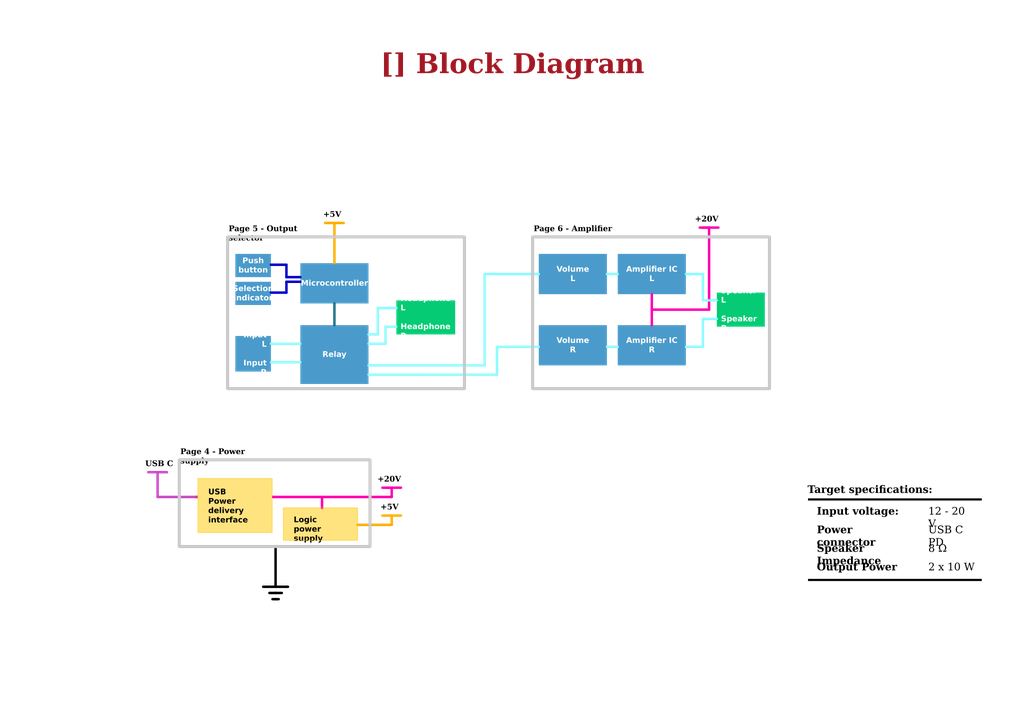
<source format=kicad_sch>
(kicad_sch
	(version 20231120)
	(generator "eeschema")
	(generator_version "8.0")
	(uuid "d4440dba-022e-49b2-97f2-6fc1871c7304")
	(paper "A3")
	(title_block
		(title "Block Diagram")
		(date "Last Modified Date")
		(rev "${REVISION}")
		(company "${COMPANY}")
	)
	(lib_symbols)
	(polyline
		(pts
			(xy 248.92 112.395) (xy 253.365 112.395)
		)
		(stroke
			(width 1.016)
			(type default)
			(color 138 249 255 1)
		)
		(uuid "02ae4e6f-fb53-40d3-92f2-90fedd3e018a")
	)
	(polyline
		(pts
			(xy 173.355 149.86) (xy 198.755 149.86)
		)
		(stroke
			(width 1.016)
			(type default)
			(color 138 249 255 1)
		)
		(uuid "08d5dc7e-ce9f-4170-8442-987c9a142a41")
	)
	(polyline
		(pts
			(xy 267.335 120.65) (xy 267.335 133.35)
		)
		(stroke
			(width 1.016)
			(type default)
			(color 255 0 171 1)
		)
		(uuid "0d614722-72a5-47e8-b336-c08503f64174")
	)
	(polyline
		(pts
			(xy 281.305 142.24) (xy 285.75 142.24)
		)
		(stroke
			(width 1.016)
			(type default)
			(color 138 249 255 1)
		)
		(uuid "0e7b4d89-ae22-44a7-998f-221aaaf9dfef")
	)
	(polyline
		(pts
			(xy 112.141 203.835) (xy 160.655 203.835)
		)
		(stroke
			(width 1.016)
			(type default)
			(color 255 0 171 1)
		)
		(uuid "0ed64fab-7c93-4b9e-8488-f7bf9ddb0328")
	)
	(polyline
		(pts
			(xy 281.305 112.395) (xy 285.75 112.395)
		)
		(stroke
			(width 1.016)
			(type default)
			(color 138 249 255 1)
		)
		(uuid "0f06186a-7fd4-4d14-806d-11b468822ea9")
	)
	(polyline
		(pts
			(xy 113.03 240.665) (xy 118.11 240.665)
		)
		(stroke
			(width 1.016)
			(type default)
			(color 0 0 0 1)
		)
		(uuid "108b3f3d-7870-4a32-a39e-da98900ff511")
	)
	(polyline
		(pts
			(xy 154.94 140.97) (xy 158.115 140.97)
		)
		(stroke
			(width 1.016)
			(type default)
			(color 138 249 255 1)
		)
		(uuid "10f219b8-7f5d-40af-924a-52951174bad7")
	)
	(polyline
		(pts
			(xy 161.925 126.365) (xy 162.56 126.365)
		)
		(stroke
			(width 1.016)
			(type default)
			(color 138 249 255 1)
		)
		(uuid "116142cd-c640-47f3-914e-352eb10034a3")
	)
	(polyline
		(pts
			(xy 160.655 200.025) (xy 156.845 200.025)
		)
		(stroke
			(width 1.016)
			(type default)
			(color 255 0 171 1)
		)
		(uuid "1b0d0315-6656-4680-af25-b250f62ec5f3")
	)
	(polyline
		(pts
			(xy 203.835 142.24) (xy 220.98 142.24)
		)
		(stroke
			(width 1.016)
			(type default)
			(color 138 249 255 1)
		)
		(uuid "1cd44ca2-285c-428f-abe3-36b4396f0ed6")
	)
	(polyline
		(pts
			(xy 64.643 193.675) (xy 64.643 203.835)
		)
		(stroke
			(width 1.016)
			(type default)
			(color 198 71 194 1)
		)
		(uuid "21a79648-61f0-4be6-a4a4-b98eeda65143")
	)
	(polyline
		(pts
			(xy 290.83 93.345) (xy 287.02 93.345)
		)
		(stroke
			(width 1.016)
			(type default)
			(color 255 0 171 1)
		)
		(uuid "224b4e55-7556-4d13-bd6c-3a6406dec06a")
	)
	(polyline
		(pts
			(xy 290.83 127) (xy 267.335 127)
		)
		(stroke
			(width 1.016)
			(type default)
			(color 255 0 171 1)
		)
		(uuid "24079ea1-2936-40fd-bc76-4c82aadd708e")
	)
	(polyline
		(pts
			(xy 198.755 149.86) (xy 198.755 112.395)
		)
		(stroke
			(width 1.016)
			(type default)
			(color 138 249 255 1)
		)
		(uuid "2b1e1701-06fd-412d-86c6-b531ac44f8e8")
	)
	(polyline
		(pts
			(xy 137.16 91.44) (xy 137.16 107.95)
		)
		(stroke
			(width 1.016)
			(type default)
			(color 255 169 0 1)
		)
		(uuid "3111ee03-d868-4e49-bab2-e2bff705c199")
	)
	(polyline
		(pts
			(xy 290.83 97.155) (xy 290.83 127)
		)
		(stroke
			(width 1.016)
			(type default)
			(color 255 0 171 1)
		)
		(uuid "3cdaaaa6-d06c-4ae4-a486-beabf85472f4")
	)
	(polyline
		(pts
			(xy 285.75 142.24) (xy 288.29 142.24)
		)
		(stroke
			(width 1.016)
			(type default)
			(color 138 249 255 1)
		)
		(uuid "3ffe25ab-1a83-47ee-b786-730a1267c0d8")
	)
	(polyline
		(pts
			(xy 160.655 215.265) (xy 146.685 215.265)
		)
		(stroke
			(width 1.016)
			(type default)
			(color 255 169 0 1)
		)
		(uuid "42fe9c7d-c183-4642-822b-4ee924686cb8")
	)
	(polyline
		(pts
			(xy 114.3 245.745) (xy 113.03 245.745)
		)
		(stroke
			(width 1.016)
			(type default)
			(color 0 0 0 1)
		)
		(uuid "4843f438-0be6-4237-8e1d-81ed69202607")
	)
	(polyline
		(pts
			(xy 158.115 140.97) (xy 158.115 133.985)
		)
		(stroke
			(width 1.016)
			(type default)
			(color 138 249 255 1)
		)
		(uuid "48d5c82e-f1f5-46f2-b4e5-0b4f7d8dd8e0")
	)
	(polyline
		(pts
			(xy 164.465 211.455) (xy 160.655 211.455)
		)
		(stroke
			(width 1.016)
			(type default)
			(color 255 169 0 1)
		)
		(uuid "4f804cb0-9525-4f57-a9f6-84a051af45f9")
	)
	(polyline
		(pts
			(xy 294.64 93.345) (xy 290.83 93.345)
		)
		(stroke
			(width 1.016)
			(type default)
			(color 255 0 171 1)
		)
		(uuid "50834d5b-bb03-44c7-ba46-af400866b179")
	)
	(polyline
		(pts
			(xy 164.465 200.025) (xy 160.655 200.025)
		)
		(stroke
			(width 1.016)
			(type default)
			(color 255 0 171 1)
		)
		(uuid "5b1ffc3a-ecff-4205-9887-1fde1b3f29c7")
	)
	(polyline
		(pts
			(xy 107.95 240.665) (xy 113.03 240.665)
		)
		(stroke
			(width 1.016)
			(type default)
			(color 0 0 0 1)
		)
		(uuid "5c614747-4d35-44e5-a560-7918f1e9dd9d")
	)
	(polyline
		(pts
			(xy 290.83 93.345) (xy 290.83 97.155)
		)
		(stroke
			(width 1.016)
			(type default)
			(color 255 0 171 1)
		)
		(uuid "68680194-7254-49a0-a1a4-46b64bec4ea7")
	)
	(polyline
		(pts
			(xy 111.125 148.59) (xy 123.19 148.59)
		)
		(stroke
			(width 1.016)
			(type default)
			(color 138 249 255 1)
		)
		(uuid "6ca8ade4-0a4b-4dde-b566-7e2c3e01f1fb")
	)
	(polyline
		(pts
			(xy 288.29 130.81) (xy 294.005 130.81)
		)
		(stroke
			(width 1.016)
			(type default)
			(color 138 249 255 1)
		)
		(uuid "6ce9bbf0-479d-4eba-9b28-5caabeaca699")
	)
	(polyline
		(pts
			(xy 173.355 153.67) (xy 203.835 153.67)
		)
		(stroke
			(width 1.016)
			(type default)
			(color 138 249 255 1)
		)
		(uuid "70feefa6-13bb-4c03-86cf-cf95fcc941aa")
	)
	(polyline
		(pts
			(xy 80.645 203.835) (xy 64.643 203.835)
		)
		(stroke
			(width 1.016)
			(type default)
			(color 198 71 194 1)
		)
		(uuid "734689b6-313b-4ec0-8e2e-e0b491f895c4")
	)
	(polyline
		(pts
			(xy 288.29 112.395) (xy 288.29 123.19)
		)
		(stroke
			(width 1.016)
			(type default)
			(color 138 249 255 1)
		)
		(uuid "77ac3198-662c-44bc-a23b-3e9ee3c25036")
	)
	(polyline
		(pts
			(xy 60.833 193.675) (xy 64.643 193.675)
		)
		(stroke
			(width 1.016)
			(type default)
			(color 198 71 194 1)
		)
		(uuid "7ae1c493-e7e4-4dbb-bb88-6bab6e4eaeb6")
	)
	(polyline
		(pts
			(xy 64.643 193.675) (xy 68.453 193.675)
		)
		(stroke
			(width 1.016)
			(type default)
			(color 198 71 194 1)
		)
		(uuid "8c32da8a-4531-44a0-8824-bbf140ba9e6a")
	)
	(polyline
		(pts
			(xy 113.03 224.155) (xy 113.03 240.665)
		)
		(stroke
			(width 1.016)
			(type default)
			(color 0 0 0 1)
		)
		(uuid "8f1e723c-cb46-42d5-9f0d-53653b347507")
	)
	(polyline
		(pts
			(xy 111.125 120.015) (xy 117.475 120.015)
		)
		(stroke
			(width 1.016)
			(type default)
		)
		(uuid "91f12681-312a-4e09-a181-59feff7c3864")
	)
	(polyline
		(pts
			(xy 160.655 211.455) (xy 160.655 215.265)
		)
		(stroke
			(width 1.016)
			(type default)
			(color 255 169 0 1)
		)
		(uuid "96be7518-9833-48da-a0e7-3102c2575021")
	)
	(polyline
		(pts
			(xy 137.16 91.44) (xy 133.35 91.44)
		)
		(stroke
			(width 1.016)
			(type default)
			(color 255 169 0 1)
		)
		(uuid "97a61399-a323-498e-a724-c886aff685ae")
	)
	(polyline
		(pts
			(xy 288.29 93.345) (xy 290.83 93.345)
		)
		(stroke
			(width 1.016)
			(type default)
			(color 255 0 171 1)
		)
		(uuid "98611645-42bc-4f5a-accf-0b0ac38c64d8")
	)
	(polyline
		(pts
			(xy 113.03 245.745) (xy 111.76 245.745)
		)
		(stroke
			(width 1.016)
			(type default)
			(color 0 0 0 1)
		)
		(uuid "9fd90c44-7057-4a26-a7ab-c33c5beb28e1")
	)
	(polyline
		(pts
			(xy 285.75 112.395) (xy 288.29 112.395)
		)
		(stroke
			(width 1.016)
			(type default)
			(color 138 249 255 1)
		)
		(uuid "a15326ec-a602-4bb4-b7f5-fc3da9d43412")
	)
	(polyline
		(pts
			(xy 116.84 224.155) (xy 109.22 224.155)
		)
		(stroke
			(width 1.016)
			(type default)
			(color 0 0 0 1)
		)
		(uuid "a28c6aa9-e851-4c4a-a8b6-364b13034eaf")
	)
	(polyline
		(pts
			(xy 160.655 200.025) (xy 160.655 203.835)
		)
		(stroke
			(width 1.016)
			(type default)
			(color 255 0 171 1)
		)
		(uuid "a322456e-1e18-4992-b811-547b83e46d9a")
	)
	(polyline
		(pts
			(xy 137.16 124.46) (xy 137.16 133.35)
		)
		(stroke
			(width 1.016)
			(type default)
			(color 25 108 130 1)
		)
		(uuid "a55e9920-4d39-47d0-96f9-588ea1d533d0")
	)
	(polyline
		(pts
			(xy 203.835 153.67) (xy 203.835 142.24)
		)
		(stroke
			(width 1.016)
			(type default)
			(color 138 249 255 1)
		)
		(uuid "a70c31cb-6998-4f62-9cc1-09f053417a58")
	)
	(polyline
		(pts
			(xy 151.13 153.67) (xy 173.355 153.67)
		)
		(stroke
			(width 1.016)
			(type default)
			(color 138 249 255 1)
		)
		(uuid "b49689bc-79cc-4c23-942b-f693649d819e")
	)
	(polyline
		(pts
			(xy 132.08 203.835) (xy 132.08 208.28)
		)
		(stroke
			(width 1.016)
			(type default)
			(color 255 0 171 1)
		)
		(uuid "b92150c9-4ca0-4017-9310-6f6c138ff025")
	)
	(polyline
		(pts
			(xy 288.29 142.24) (xy 288.29 130.81)
		)
		(stroke
			(width 1.016)
			(type default)
			(color 138 249 255 1)
		)
		(uuid "bdd8bb3e-6efa-4258-b7ab-2800986002e3")
	)
	(polyline
		(pts
			(xy 158.115 200.025) (xy 160.655 200.025)
		)
		(stroke
			(width 1.016)
			(type default)
			(color 255 0 171 1)
		)
		(uuid "be0d51c8-ad26-44b3-a0dd-ea22513a2bf9")
	)
	(polyline
		(pts
			(xy 198.755 112.395) (xy 220.98 112.395)
		)
		(stroke
			(width 1.016)
			(type default)
			(color 138 249 255 1)
		)
		(uuid "c7b382a0-c5a4-4243-8547-32d176887799")
	)
	(polyline
		(pts
			(xy 158.115 133.985) (xy 162.56 133.985)
		)
		(stroke
			(width 1.016)
			(type default)
			(color 138 249 255 1)
		)
		(uuid "c8cfec45-7e43-4615-97b6-3c2c0a44cc8f")
	)
	(polyline
		(pts
			(xy 160.655 211.455) (xy 156.845 211.455)
		)
		(stroke
			(width 1.016)
			(type default)
			(color 255 169 0 1)
		)
		(uuid "d48e5aa7-2c43-43fe-90cf-56f8c1b3d6b2")
	)
	(polyline
		(pts
			(xy 288.29 123.19) (xy 294.005 123.19)
		)
		(stroke
			(width 1.016)
			(type default)
			(color 138 249 255 1)
		)
		(uuid "d4954ed4-303f-45a5-9f5b-2e4596ef57c2")
	)
	(polyline
		(pts
			(xy 117.475 115.57) (xy 123.19 115.57)
		)
		(stroke
			(width 1.016)
			(type default)
		)
		(uuid "d53ab27c-764d-4284-bdcf-aec936ad501f")
	)
	(polyline
		(pts
			(xy 117.475 120.015) (xy 117.475 115.57)
		)
		(stroke
			(width 1.016)
			(type default)
		)
		(uuid "d6033895-63cd-4856-8953-bf08d41fd2d9")
	)
	(polyline
		(pts
			(xy 117.475 113.665) (xy 123.19 113.665)
		)
		(stroke
			(width 1.016)
			(type default)
		)
		(uuid "d6ffe80c-6629-4e44-8469-0503db1a63d7")
	)
	(polyline
		(pts
			(xy 154.94 126.365) (xy 162.56 126.365)
		)
		(stroke
			(width 1.016)
			(type default)
			(color 138 249 255 1)
		)
		(uuid "d79e6c90-36ff-4c4c-8aea-8fa126dcacba")
	)
	(polyline
		(pts
			(xy 151.13 137.16) (xy 154.94 137.16)
		)
		(stroke
			(width 1.016)
			(type default)
			(color 138 249 255 1)
		)
		(uuid "d87baf1f-b8f2-4153-a41f-97bd307f60be")
	)
	(polyline
		(pts
			(xy 117.475 108.585) (xy 117.475 113.665)
		)
		(stroke
			(width 1.016)
			(type default)
		)
		(uuid "d933b1bf-b25b-4ce1-b06d-8b8e62465b4e")
	)
	(polyline
		(pts
			(xy 248.92 142.24) (xy 253.365 142.24)
		)
		(stroke
			(width 1.016)
			(type default)
			(color 138 249 255 1)
		)
		(uuid "d996bf6f-1f58-45f0-8dea-2d63218d2770")
	)
	(polyline
		(pts
			(xy 111.125 140.97) (xy 123.19 140.97)
		)
		(stroke
			(width 1.016)
			(type default)
			(color 138 249 255 1)
		)
		(uuid "dcbd1187-8623-4c0f-9cf5-a9cb93096d5b")
	)
	(polyline
		(pts
			(xy 154.94 137.16) (xy 154.94 126.365)
		)
		(stroke
			(width 1.016)
			(type default)
			(color 138 249 255 1)
		)
		(uuid "e4acdba4-e728-456a-8e2a-1cb3b3001340")
	)
	(polyline
		(pts
			(xy 115.57 243.205) (xy 113.03 243.205)
		)
		(stroke
			(width 1.016)
			(type default)
			(color 0 0 0 1)
		)
		(uuid "e812ef17-820a-4d51-ab4b-214bf4a7ff4f")
	)
	(polyline
		(pts
			(xy 113.03 243.205) (xy 110.49 243.205)
		)
		(stroke
			(width 1.016)
			(type default)
			(color 0 0 0 1)
		)
		(uuid "ecec9f07-c25e-4a64-8539-dbb99696f340")
	)
	(polyline
		(pts
			(xy 151.13 149.86) (xy 173.355 149.86)
		)
		(stroke
			(width 1.016)
			(type default)
			(color 138 249 255 1)
		)
		(uuid "ef6b5988-a27e-487e-a77c-ab2158ccefe7")
	)
	(polyline
		(pts
			(xy 111.125 108.585) (xy 117.475 108.585)
		)
		(stroke
			(width 1.016)
			(type default)
		)
		(uuid "f013afb7-f50d-4b36-98a2-cb26d99d00dc")
	)
	(polyline
		(pts
			(xy 140.97 91.44) (xy 137.16 91.44)
		)
		(stroke
			(width 1.016)
			(type default)
			(color 255 169 0 1)
		)
		(uuid "f26f2dfd-d0ef-40cd-9b66-6770f137993c")
	)
	(polyline
		(pts
			(xy 151.13 140.97) (xy 154.94 140.97)
		)
		(stroke
			(width 1.016)
			(type default)
			(color 138 249 255 1)
		)
		(uuid "f7eb2482-b01b-419a-b753-bd46b6b61e16")
	)
	(rectangle
		(start 218.44 97.155)
		(end 315.595 159.385)
		(stroke
			(width 1.27)
			(type default)
			(color 200 200 200 1)
		)
		(fill
			(type none)
		)
		(uuid 1cad5a94-2f9a-4607-b135-1444a4e719fa)
	)
	(rectangle
		(start 81.153 196.215)
		(end 111.633 218.44)
		(stroke
			(width 0)
			(type default)
			(color 255 200 0 0.5019607843)
		)
		(fill
			(type color)
			(color 255 200 0 0.5019607843)
		)
		(uuid 2d9051c0-06cf-4e3a-9d86-de06c0d33079)
	)
	(rectangle
		(start 80.391 203.454)
		(end 81.026 204.216)
		(stroke
			(width 0.25)
			(type default)
			(color 200 50 50 1)
		)
		(fill
			(type color)
			(color 200 50 50 1)
		)
		(uuid 3070d984-75bc-40bb-a077-beeef2510c95)
	)
	(rectangle
		(start 116.205 208.28)
		(end 146.685 221.615)
		(stroke
			(width 0)
			(type default)
			(color 255 200 0 0.5019607843)
		)
		(fill
			(type color)
			(color 255 200 0 0.5019607843)
		)
		(uuid 5f73b783-7bf7-400c-b239-fb6906486d5e)
	)
	(rectangle
		(start 331.47 237.49)
		(end 402.59 238.252)
		(stroke
			(width 0)
			(type default)
			(color 0 0 0 1)
		)
		(fill
			(type color)
			(color 0 0 0 1)
		)
		(uuid 8956a1c0-282a-4b1e-927b-8bc74278d14f)
	)
	(rectangle
		(start 73.533 188.595)
		(end 151.765 224.155)
		(stroke
			(width 1.27)
			(type default)
			(color 200 200 200 1)
		)
		(fill
			(type none)
		)
		(uuid b5318274-8945-46d8-99fc-2fb62def5b67)
	)
	(rectangle
		(start 93.345 97.155)
		(end 190.5 159.385)
		(stroke
			(width 1.27)
			(type default)
			(color 200 200 200 1)
		)
		(fill
			(type none)
		)
		(uuid c996e1e3-3785-44b1-be84-d130db05d1ee)
	)
	(rectangle
		(start 331.47 204.47)
		(end 402.59 205.232)
		(stroke
			(width 0)
			(type default)
			(color 0 0 0 1)
		)
		(fill
			(type color)
			(color 0 0 0 1)
		)
		(uuid d631d51a-2515-45dc-a2c0-e57c4fee46cd)
	)
	(rectangle
		(start 111.76 203.454)
		(end 112.395 204.216)
		(stroke
			(width 0.25)
			(type default)
			(color 255 0 171 1)
		)
		(fill
			(type color)
			(color 255 0 171 1)
		)
		(uuid e7ce496d-41ff-4f99-ad4b-3310127e6767)
	)
	(text_box "Page 5 - Output selector"
		(exclude_from_sim no)
		(at 92.075 90.805 0)
		(size 38.735 5.08)
		(stroke
			(width -0.0001)
			(type default)
		)
		(fill
			(type none)
		)
		(effects
			(font
				(face "Times New Roman")
				(size 2.286 2.286)
				(thickness 0.4572)
				(bold yes)
				(color 0 0 0 1)
			)
			(justify left top)
		)
		(uuid "02d873f5-aaba-45fe-8381-6613cacba3c2")
	)
	(text_box "Speaker Impedance"
		(exclude_from_sim no)
		(at 332.74 220.98 0)
		(size 41.91 7.62)
		(stroke
			(width -0.0001)
			(type default)
		)
		(fill
			(type none)
		)
		(effects
			(font
				(face "Times New Roman")
				(size 3.048 3.048)
				(thickness 0.4572)
				(bold yes)
				(color 0 0 0 1)
			)
			(justify left top)
		)
		(uuid "094af17b-7d27-428a-ac7d-32c4461d72c7")
	)
	(text_box "Power connector"
		(exclude_from_sim no)
		(at 332.74 213.36 0)
		(size 43.18 7.62)
		(stroke
			(width -0.0001)
			(type default)
		)
		(fill
			(type none)
		)
		(effects
			(font
				(face "Times New Roman")
				(size 3.048 3.048)
				(thickness 0.4572)
				(bold yes)
				(color 0 0 0 1)
			)
			(justify left top)
		)
		(uuid "16ff5c12-a59a-498f-9a58-8440cea84b9d")
	)
	(text_box "Logic\npower supply"
		(exclude_from_sim no)
		(at 118.745 210.185 0)
		(size 26.67 9.525)
		(stroke
			(width -0.0001)
			(type default)
		)
		(fill
			(type none)
		)
		(effects
			(font
				(face "Arial")
				(size 2.286 2.286)
				(thickness 0.254)
				(bold yes)
				(color 0 0 0 1)
			)
			(justify left top)
		)
		(uuid "2ed7ce24-f721-43e7-8a6b-0ed586347058")
	)
	(text_box "Input voltage:"
		(exclude_from_sim no)
		(at 332.74 205.74 0)
		(size 41.91 7.62)
		(stroke
			(width -0.0001)
			(type default)
		)
		(fill
			(type none)
		)
		(effects
			(font
				(face "Times New Roman")
				(size 3.048 3.048)
				(thickness 0.4572)
				(bold yes)
				(color 0 0 0 1)
			)
			(justify left top)
		)
		(uuid "347e7e61-7c93-449c-8c65-b1d74937394e")
	)
	(text_box "2 x 10 W"
		(exclude_from_sim no)
		(at 378.46 228.6 0)
		(size 24.13 7.62)
		(stroke
			(width -0.0001)
			(type default)
		)
		(fill
			(type none)
		)
		(effects
			(font
				(face "Times New Roman")
				(size 3.048 3.048)
				(color 0 0 0 1)
			)
			(justify left top)
		)
		(uuid "37354c60-dbdb-4aa1-a2b0-e6db1fd7a12e")
	)
	(text_box "USB C PD"
		(exclude_from_sim no)
		(at 378.46 213.36 0)
		(size 24.13 7.62)
		(stroke
			(width -0.0001)
			(type default)
		)
		(fill
			(type none)
		)
		(effects
			(font
				(face "Times New Roman")
				(size 3.048 3.048)
				(color 0 0 0 1)
			)
			(justify left top)
		)
		(uuid "3d9a8928-04fd-4c32-8894-e3210045027d")
	)
	(text_box "Amplifier IC \nL"
		(exclude_from_sim no)
		(at 253.365 104.14 0)
		(size 27.94 16.51)
		(stroke
			(width -0.0001)
			(type default)
		)
		(fill
			(type color)
			(color 74 155 203 1)
		)
		(effects
			(font
				(face "Arial")
				(size 2.286 2.286)
				(bold yes)
				(color 255 255 255 1)
			)
		)
		(uuid "41eece1d-ecd1-459a-b992-498e5c2802d6")
	)
	(text_box "Volume\nL"
		(exclude_from_sim no)
		(at 220.98 104.14 0)
		(size 27.94 16.51)
		(stroke
			(width -0.0001)
			(type default)
		)
		(fill
			(type color)
			(color 74 155 203 1)
		)
		(effects
			(font
				(face "Arial")
				(size 2.286 2.286)
				(bold yes)
				(color 255 255 255 1)
			)
		)
		(uuid "4c3dbcf5-0479-461e-9cf4-ae4ab73747ed")
	)
	(text_box "Headphone L\n\nHeadphone R"
		(exclude_from_sim no)
		(at 162.56 123.19 0)
		(size 24.13 13.97)
		(stroke
			(width -0.0001)
			(type default)
		)
		(fill
			(type color)
			(color 5 203 116 1)
		)
		(effects
			(font
				(face "Arial")
				(size 2.286 2.286)
				(bold yes)
				(italic yes)
				(color 255 255 255 1)
			)
			(justify left)
		)
		(uuid "5a2e6555-9060-4d4a-9a34-a05560ac30d8")
	)
	(text_box "Microcontroller"
		(exclude_from_sim no)
		(at 123.19 107.95 0)
		(size 27.94 16.51)
		(stroke
			(width -0.0001)
			(type default)
		)
		(fill
			(type color)
			(color 74 155 203 1)
		)
		(effects
			(font
				(face "Arial")
				(size 2.286 2.286)
				(bold yes)
				(color 255 255 255 1)
			)
		)
		(uuid "6aed8284-300d-4b85-bdaa-bd2c099713d8")
	)
	(text_box "[${#}] ${TITLE}"
		(exclude_from_sim no)
		(at 144.78 20.32 0)
		(size 130.81 12.7)
		(stroke
			(width -0.0001)
			(type default)
		)
		(fill
			(type none)
		)
		(effects
			(font
				(face "Times New Roman")
				(size 8 8)
				(thickness 1.2)
				(bold yes)
				(color 162 22 34 1)
			)
		)
		(uuid "73b2b29c-2473-4e80-be0b-4f57c6856c3e")
	)
	(text_box "Page 4 - Power supply"
		(exclude_from_sim no)
		(at 72.263 182.245 0)
		(size 36.322 5.08)
		(stroke
			(width -0.0001)
			(type default)
		)
		(fill
			(type none)
		)
		(effects
			(font
				(face "Times New Roman")
				(size 2.286 2.286)
				(thickness 0.4572)
				(bold yes)
				(color 0 0 0 1)
			)
			(justify left top)
		)
		(uuid "7d0acf89-7773-4e7f-ac89-c1f23d71a151")
	)
	(text_box "Target specifications:"
		(exclude_from_sim no)
		(at 328.93 196.85 0)
		(size 73.66 7.62)
		(stroke
			(width -0.0001)
			(type default)
		)
		(fill
			(type none)
		)
		(effects
			(font
				(face "Times New Roman")
				(size 3.048 3.048)
				(thickness 0.4572)
				(bold yes)
				(color 0 0 0 1)
			)
			(justify left top)
		)
		(uuid "874bfc99-fafe-40d4-b7af-9ddb98b61eea")
	)
	(text_box "Selection indicator"
		(exclude_from_sim no)
		(at 96.52 115.57 0)
		(size 14.605 9.525)
		(stroke
			(width -0.0001)
			(type default)
		)
		(fill
			(type color)
			(color 74 155 203 1)
		)
		(effects
			(font
				(face "Arial")
				(size 2.286 2.286)
				(bold yes)
				(color 255 255 255 1)
			)
		)
		(uuid "8af827ca-f822-422b-b7c3-0a58f2640187")
	)
	(text_box "8 Ω"
		(exclude_from_sim no)
		(at 378.46 220.98 0)
		(size 24.13 7.62)
		(stroke
			(width -0.0001)
			(type default)
		)
		(fill
			(type none)
		)
		(effects
			(font
				(face "Times New Roman")
				(size 3.048 3.048)
				(color 0 0 0 1)
			)
			(justify left top)
		)
		(uuid "8d13c5b4-c5e0-49ad-8e30-5a14333c15f4")
	)
	(text_box "Page 6 - Amplifier"
		(exclude_from_sim no)
		(at 217.17 90.805 0)
		(size 38.735 5.08)
		(stroke
			(width -0.0001)
			(type default)
		)
		(fill
			(type none)
		)
		(effects
			(font
				(face "Times New Roman")
				(size 2.286 2.286)
				(thickness 0.4572)
				(bold yes)
				(color 0 0 0 1)
			)
			(justify left top)
		)
		(uuid "9e5059b2-8e88-415e-8fe1-c62a85c7bd79")
	)
	(text_box "12 - 20 V"
		(exclude_from_sim no)
		(at 378.46 205.74 0)
		(size 24.13 7.62)
		(stroke
			(width -0.0001)
			(type default)
		)
		(fill
			(type none)
		)
		(effects
			(font
				(face "Times New Roman")
				(size 3.048 3.048)
				(color 0 0 0 1)
			)
			(justify left top)
		)
		(uuid "aa388299-5267-444a-a70f-fbbbf3a9efdc")
	)
	(text_box "Push button"
		(exclude_from_sim no)
		(at 96.52 104.14 0)
		(size 14.605 9.525)
		(stroke
			(width -0.0001)
			(type default)
		)
		(fill
			(type color)
			(color 74 155 203 1)
		)
		(effects
			(font
				(face "Arial")
				(size 2.286 2.286)
				(bold yes)
				(color 255 255 255 1)
			)
		)
		(uuid "d138230a-e454-4359-9489-16c2ca52969b")
	)
	(text_box "Amplifier IC \nR"
		(exclude_from_sim no)
		(at 253.365 133.35 0)
		(size 27.94 16.51)
		(stroke
			(width -0.0001)
			(type default)
		)
		(fill
			(type color)
			(color 74 155 203 1)
		)
		(effects
			(font
				(face "Arial")
				(size 2.286 2.286)
				(bold yes)
				(color 255 255 255 1)
			)
		)
		(uuid "da2b6466-3839-4d8c-b8d6-3bc9a8255908")
	)
	(text_box "Relay"
		(exclude_from_sim no)
		(at 123.19 133.35 0)
		(size 27.94 24.13)
		(stroke
			(width -0.0001)
			(type default)
		)
		(fill
			(type color)
			(color 74 155 203 1)
		)
		(effects
			(font
				(face "Arial")
				(size 2.286 2.286)
				(bold yes)
				(color 255 255 255 1)
			)
		)
		(uuid "e9673ea9-cc4b-4758-9f0b-21c998af0c08")
	)
	(text_box "Input L\n\nInput R"
		(exclude_from_sim no)
		(at 96.52 137.795 0)
		(size 14.605 14.605)
		(stroke
			(width -0.0001)
			(type default)
		)
		(fill
			(type color)
			(color 74 155 203 1)
		)
		(effects
			(font
				(face "Arial")
				(size 2.286 2.286)
				(bold yes)
				(color 255 255 255 1)
			)
			(justify right)
		)
		(uuid "ed5022fd-7df6-48a2-9346-7cffbd945cc2")
	)
	(text_box "Output Power"
		(exclude_from_sim no)
		(at 332.74 228.6 0)
		(size 44.45 7.62)
		(stroke
			(width -0.0001)
			(type default)
		)
		(fill
			(type none)
		)
		(effects
			(font
				(face "Times New Roman")
				(size 3.048 3.048)
				(thickness 0.4572)
				(bold yes)
				(color 0 0 0 1)
			)
			(justify left top)
		)
		(uuid "f73ecd5d-28d4-4dc6-ad8d-2c156959b733")
	)
	(text_box "USB \nPower delivery interface"
		(exclude_from_sim no)
		(at 83.693 198.755 0)
		(size 25.4 17.145)
		(stroke
			(width -0.0001)
			(type default)
		)
		(fill
			(type none)
		)
		(effects
			(font
				(face "Arial")
				(size 2.286 2.286)
				(thickness 0.254)
				(bold yes)
				(color 0 0 0 1)
			)
			(justify left top)
		)
		(uuid "fa5980b9-e4f3-4da8-ab01-e73489c1ad9d")
	)
	(text_box "Volume\nR"
		(exclude_from_sim no)
		(at 220.98 133.35 0)
		(size 27.94 16.51)
		(stroke
			(width -0.0001)
			(type default)
		)
		(fill
			(type color)
			(color 74 155 203 1)
		)
		(effects
			(font
				(face "Arial")
				(size 2.286 2.286)
				(bold yes)
				(color 255 255 255 1)
			)
		)
		(uuid "fb511b7c-03d4-471b-8dd2-0886b801f8d2")
	)
	(text_box "Speaker L\n\nSpeaker R"
		(exclude_from_sim no)
		(at 294.005 120.015 0)
		(size 19.685 13.97)
		(stroke
			(width -0.0001)
			(type default)
		)
		(fill
			(type color)
			(color 5 203 116 1)
		)
		(effects
			(font
				(face "Arial")
				(size 2.286 2.286)
				(bold yes)
				(italic yes)
				(color 255 255 255 1)
			)
			(justify left)
		)
		(uuid "fbf3ab20-a20b-43c7-816d-dc4535563055")
	)
	(text "+20V"
		(exclude_from_sim no)
		(at 164.465 198.755 0)
		(effects
			(font
				(face "Times New Roman")
				(size 2.286 2.286)
				(thickness 0.4572)
				(bold yes)
				(color 0 0 0 1)
			)
			(justify right bottom)
		)
		(uuid "21652dff-f089-4644-9826-ab550c17fe1e")
	)
	(text "+5V"
		(exclude_from_sim no)
		(at 163.449 210.185 0)
		(effects
			(font
				(face "Times New Roman")
				(size 2.286 2.286)
				(thickness 0.4572)
				(bold yes)
				(color 0 0 0 1)
			)
			(justify right bottom)
		)
		(uuid "3a7ec515-6914-4c28-9774-ccab65662d56")
	)
	(text "+20V"
		(exclude_from_sim no)
		(at 294.64 92.075 0)
		(effects
			(font
				(face "Times New Roman")
				(size 2.286 2.286)
				(thickness 0.4572)
				(bold yes)
				(color 0 0 0 1)
			)
			(justify right bottom)
		)
		(uuid "9f7926bd-922d-41ed-b366-e435c460bb2b")
	)
	(text "USB C"
		(exclude_from_sim no)
		(at 59.563 192.405 0)
		(effects
			(font
				(face "Times New Roman")
				(size 2.286 2.286)
				(thickness 0.4572)
				(bold yes)
				(color 0 0 0 1)
			)
			(justify left bottom)
		)
		(uuid "a2780b80-7238-4e12-9f78-ef54d66dcccc")
	)
	(text "+5V"
		(exclude_from_sim no)
		(at 139.954 90.17 0)
		(effects
			(font
				(face "Times New Roman")
				(size 2.286 2.286)
				(thickness 0.4572)
				(bold yes)
				(color 0 0 0 1)
			)
			(justify right bottom)
		)
		(uuid "a296d7e3-715b-441e-a1b8-265c7fe61403")
	)
)

</source>
